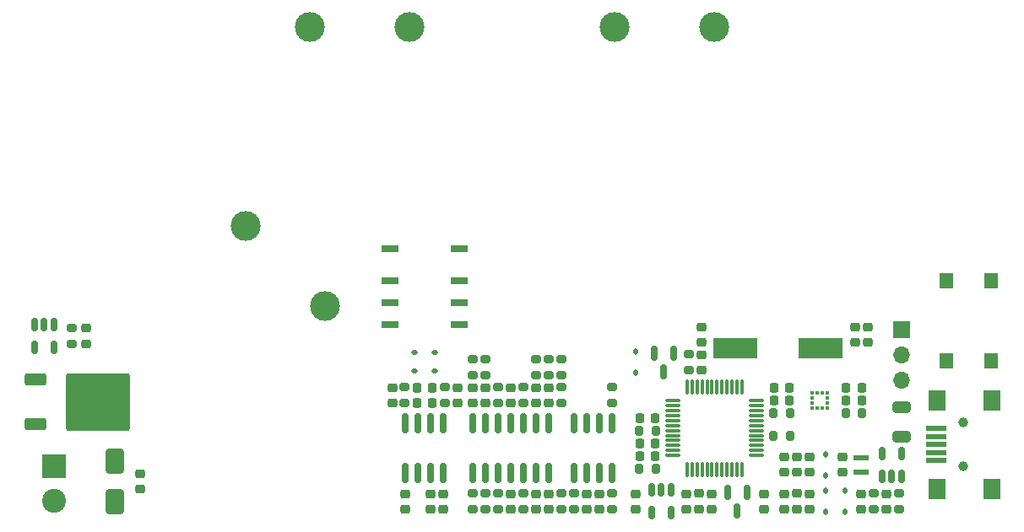
<source format=gbr>
%TF.GenerationSoftware,KiCad,Pcbnew,7.0.10+1*%
%TF.CreationDate,2024-03-16T10:02:45+01:00*%
%TF.ProjectId,PCB,5043422e-6b69-4636-9164-5f7063625858,rev?*%
%TF.SameCoordinates,Original*%
%TF.FileFunction,Soldermask,Top*%
%TF.FilePolarity,Negative*%
%FSLAX46Y46*%
G04 Gerber Fmt 4.6, Leading zero omitted, Abs format (unit mm)*
G04 Created by KiCad (PCBNEW 7.0.10+1) date 2024-03-16 10:02:45*
%MOMM*%
%LPD*%
G01*
G04 APERTURE LIST*
G04 Aperture macros list*
%AMRoundRect*
0 Rectangle with rounded corners*
0 $1 Rounding radius*
0 $2 $3 $4 $5 $6 $7 $8 $9 X,Y pos of 4 corners*
0 Add a 4 corners polygon primitive as box body*
4,1,4,$2,$3,$4,$5,$6,$7,$8,$9,$2,$3,0*
0 Add four circle primitives for the rounded corners*
1,1,$1+$1,$2,$3*
1,1,$1+$1,$4,$5*
1,1,$1+$1,$6,$7*
1,1,$1+$1,$8,$9*
0 Add four rect primitives between the rounded corners*
20,1,$1+$1,$2,$3,$4,$5,0*
20,1,$1+$1,$4,$5,$6,$7,0*
20,1,$1+$1,$6,$7,$8,$9,0*
20,1,$1+$1,$8,$9,$2,$3,0*%
G04 Aperture macros list end*
%ADD10RoundRect,0.225000X-0.250000X0.225000X-0.250000X-0.225000X0.250000X-0.225000X0.250000X0.225000X0*%
%ADD11RoundRect,0.225000X0.250000X-0.225000X0.250000X0.225000X-0.250000X0.225000X-0.250000X-0.225000X0*%
%ADD12R,1.700000X1.700000*%
%ADD13O,1.700000X1.700000*%
%ADD14RoundRect,0.150000X0.150000X-0.825000X0.150000X0.825000X-0.150000X0.825000X-0.150000X-0.825000X0*%
%ADD15RoundRect,0.200000X0.275000X-0.200000X0.275000X0.200000X-0.275000X0.200000X-0.275000X-0.200000X0*%
%ADD16RoundRect,0.200000X-0.200000X-0.275000X0.200000X-0.275000X0.200000X0.275000X-0.200000X0.275000X0*%
%ADD17RoundRect,0.112500X0.112500X-0.187500X0.112500X0.187500X-0.112500X0.187500X-0.112500X-0.187500X0*%
%ADD18RoundRect,0.200000X-0.275000X0.200000X-0.275000X-0.200000X0.275000X-0.200000X0.275000X0.200000X0*%
%ADD19RoundRect,0.150000X-0.150000X0.587500X-0.150000X-0.587500X0.150000X-0.587500X0.150000X0.587500X0*%
%ADD20RoundRect,0.218750X-0.256250X0.218750X-0.256250X-0.218750X0.256250X-0.218750X0.256250X0.218750X0*%
%ADD21RoundRect,0.225000X-0.225000X-0.250000X0.225000X-0.250000X0.225000X0.250000X-0.225000X0.250000X0*%
%ADD22C,3.000000*%
%ADD23RoundRect,0.112500X0.187500X0.112500X-0.187500X0.112500X-0.187500X-0.112500X0.187500X-0.112500X0*%
%ADD24RoundRect,0.250000X-0.850000X-0.350000X0.850000X-0.350000X0.850000X0.350000X-0.850000X0.350000X0*%
%ADD25RoundRect,0.249997X-2.950003X-2.650003X2.950003X-2.650003X2.950003X2.650003X-2.950003X2.650003X0*%
%ADD26R,1.600000X0.550000*%
%ADD27RoundRect,0.150000X0.150000X-0.512500X0.150000X0.512500X-0.150000X0.512500X-0.150000X-0.512500X0*%
%ADD28RoundRect,0.218750X0.256250X-0.218750X0.256250X0.218750X-0.256250X0.218750X-0.256250X-0.218750X0*%
%ADD29RoundRect,0.200000X0.200000X0.275000X-0.200000X0.275000X-0.200000X-0.275000X0.200000X-0.275000X0*%
%ADD30RoundRect,0.250000X0.650000X-0.325000X0.650000X0.325000X-0.650000X0.325000X-0.650000X-0.325000X0*%
%ADD31C,1.000000*%
%ADD32R,2.000000X0.500000*%
%ADD33R,1.700000X2.000000*%
%ADD34R,0.350000X0.375000*%
%ADD35R,0.375000X0.350000*%
%ADD36R,4.500000X2.000000*%
%ADD37R,1.400000X1.600000*%
%ADD38RoundRect,0.225000X0.225000X0.250000X-0.225000X0.250000X-0.225000X-0.250000X0.225000X-0.250000X0*%
%ADD39R,2.400000X2.400000*%
%ADD40C,2.400000*%
%ADD41RoundRect,0.150000X-0.150000X0.512500X-0.150000X-0.512500X0.150000X-0.512500X0.150000X0.512500X0*%
%ADD42RoundRect,0.112500X-0.187500X-0.112500X0.187500X-0.112500X0.187500X0.112500X-0.187500X0.112500X0*%
%ADD43RoundRect,0.075000X-0.075000X0.662500X-0.075000X-0.662500X0.075000X-0.662500X0.075000X0.662500X0*%
%ADD44RoundRect,0.075000X-0.662500X0.075000X-0.662500X-0.075000X0.662500X-0.075000X0.662500X0.075000X0*%
%ADD45RoundRect,0.250000X0.650000X-1.000000X0.650000X1.000000X-0.650000X1.000000X-0.650000X-1.000000X0*%
%ADD46RoundRect,0.150000X-0.150000X0.825000X-0.150000X-0.825000X0.150000X-0.825000X0.150000X0.825000X0*%
%ADD47RoundRect,0.112500X-0.112500X0.187500X-0.112500X-0.187500X0.112500X-0.187500X0.112500X0.187500X0*%
%ADD48R,1.800000X0.800000*%
G04 APERTURE END LIST*
D10*
%TO.C,C12*%
X125893000Y-140167000D03*
X125893000Y-141717000D03*
%TD*%
%TO.C,C13*%
X127798000Y-143850000D03*
X127798000Y-145400000D03*
%TD*%
D11*
%TO.C,C14*%
X130338000Y-145400000D03*
X130338000Y-143850000D03*
%TD*%
D12*
%TO.C,J3*%
X131862000Y-127353000D03*
D13*
X131862000Y-129893000D03*
X131862000Y-132433000D03*
%TD*%
D10*
%TO.C,C17*%
X85888000Y-143850000D03*
X85888000Y-145400000D03*
%TD*%
D14*
%TO.C,U5*%
X88809000Y-141766000D03*
X90079000Y-141766000D03*
X91349000Y-141766000D03*
X92619000Y-141766000D03*
X93889000Y-141766000D03*
X95159000Y-141766000D03*
X96429000Y-141766000D03*
X96429000Y-136816000D03*
X95159000Y-136816000D03*
X93889000Y-136816000D03*
X92619000Y-136816000D03*
X91349000Y-136816000D03*
X90079000Y-136816000D03*
X88809000Y-136816000D03*
%TD*%
D15*
%TO.C,R23*%
X97699000Y-145450000D03*
X97699000Y-143800000D03*
%TD*%
D16*
%TO.C,R28*%
X105510000Y-141323000D03*
X107160000Y-141323000D03*
%TD*%
D17*
%TO.C,D3*%
X126147000Y-145675000D03*
X126147000Y-143575000D03*
%TD*%
%TO.C,D5*%
X124242000Y-141992000D03*
X124242000Y-139892000D03*
%TD*%
D10*
%TO.C,C36*%
X100239000Y-143850000D03*
X100239000Y-145400000D03*
%TD*%
D18*
%TO.C,R7*%
X131608000Y-143800000D03*
X131608000Y-145450000D03*
%TD*%
D19*
%TO.C,Q2*%
X108936000Y-129717500D03*
X107036000Y-129717500D03*
X107986000Y-131592500D03*
%TD*%
D20*
%TO.C,FB3*%
X121321000Y-140154500D03*
X121321000Y-141729500D03*
%TD*%
D10*
%TO.C,C29*%
X95159000Y-133182000D03*
X95159000Y-134732000D03*
%TD*%
D16*
%TO.C,R27*%
X105510000Y-137513000D03*
X107160000Y-137513000D03*
%TD*%
D21*
%TO.C,C3*%
X119022000Y-134465000D03*
X120572000Y-134465000D03*
%TD*%
D14*
%TO.C,U6*%
X98969000Y-141766000D03*
X100239000Y-141766000D03*
X101509000Y-141766000D03*
X102779000Y-141766000D03*
X102779000Y-136816000D03*
X101509000Y-136816000D03*
X100239000Y-136816000D03*
X98969000Y-136816000D03*
%TD*%
D20*
%TO.C,FB1*%
X111542000Y-143837500D03*
X111542000Y-145412500D03*
%TD*%
D22*
%TO.C,TP1*%
X103000000Y-97000000D03*
%TD*%
%TO.C,TP5*%
X66000000Y-117000000D03*
%TD*%
D23*
%TO.C,D6*%
X85033000Y-131544000D03*
X82933000Y-131544000D03*
%TD*%
D24*
%TO.C,Q1*%
X44949000Y-132342500D03*
D25*
X51249000Y-134622500D03*
D24*
X44949000Y-136902500D03*
%TD*%
D10*
%TO.C,C39*%
X118019000Y-143850000D03*
X118019000Y-145400000D03*
%TD*%
%TO.C,C37*%
X105192000Y-143850000D03*
X105192000Y-145400000D03*
%TD*%
D26*
%TO.C,L1*%
X127798000Y-140217000D03*
X127798000Y-141667000D03*
%TD*%
D27*
%TO.C,U4*%
X129896000Y-142079500D03*
X130846000Y-142079500D03*
X131796000Y-142079500D03*
X131796000Y-139804500D03*
X129896000Y-139804500D03*
%TD*%
D10*
%TO.C,C27*%
X88809000Y-133182000D03*
X88809000Y-134732000D03*
%TD*%
D15*
%TO.C,R25*%
X102779000Y-145450000D03*
X102779000Y-143800000D03*
%TD*%
D18*
%TO.C,R16*%
X90079000Y-130338000D03*
X90079000Y-131988000D03*
%TD*%
D17*
%TO.C,D4*%
X124242000Y-145675000D03*
X124242000Y-143575000D03*
%TD*%
D11*
%TO.C,C31*%
X95159000Y-145400000D03*
X95159000Y-143850000D03*
%TD*%
D10*
%TO.C,C24*%
X120051000Y-140167000D03*
X120051000Y-141717000D03*
%TD*%
D18*
%TO.C,R24*%
X102779000Y-133132000D03*
X102779000Y-134782000D03*
%TD*%
%TO.C,R12*%
X90079000Y-143800000D03*
X90079000Y-145450000D03*
%TD*%
D22*
%TO.C,TP6*%
X113000000Y-97000000D03*
%TD*%
D10*
%TO.C,C9*%
X127163000Y-127086000D03*
X127163000Y-128636000D03*
%TD*%
D11*
%TO.C,C10*%
X111796000Y-128636000D03*
X111796000Y-127086000D03*
%TD*%
%TO.C,C16*%
X122591000Y-141717000D03*
X122591000Y-140167000D03*
%TD*%
%TO.C,C38*%
X112812000Y-145400000D03*
X112812000Y-143850000D03*
%TD*%
D28*
%TO.C,D2*%
X50038000Y-128803500D03*
X50038000Y-127228500D03*
%TD*%
%TO.C,FB2*%
X121321000Y-145412500D03*
X121321000Y-143837500D03*
%TD*%
D29*
%TO.C,R2*%
X127861000Y-135735000D03*
X126211000Y-135735000D03*
%TD*%
D30*
%TO.C,C1*%
X131862000Y-138099000D03*
X131862000Y-135149000D03*
%TD*%
D31*
%TO.C,J1*%
X138000000Y-141110000D03*
X138000000Y-136710000D03*
D32*
X135300000Y-140510000D03*
X135300000Y-139710000D03*
X135300000Y-138910000D03*
X135300000Y-138110000D03*
X135300000Y-137310000D03*
D33*
X135400000Y-143360000D03*
X140850000Y-143360000D03*
X135400000Y-134460000D03*
X140850000Y-134460000D03*
%TD*%
D15*
%TO.C,R26*%
X98969000Y-145450000D03*
X98969000Y-143800000D03*
%TD*%
D10*
%TO.C,C23*%
X120051000Y-143850000D03*
X120051000Y-145400000D03*
%TD*%
D21*
%TO.C,C11*%
X126261000Y-134465000D03*
X127811000Y-134465000D03*
%TD*%
D10*
%TO.C,C26*%
X90079000Y-133182000D03*
X90079000Y-134732000D03*
%TD*%
D34*
%TO.C,U2*%
X122857000Y-135227500D03*
X123357000Y-135227500D03*
X123857000Y-135227500D03*
X124357000Y-135227500D03*
D35*
X124369500Y-134715000D03*
X124369500Y-134215000D03*
D34*
X124357000Y-133702500D03*
X123857000Y-133702500D03*
X123357000Y-133702500D03*
X122857000Y-133702500D03*
D35*
X122844500Y-134215000D03*
X122844500Y-134715000D03*
%TD*%
D18*
%TO.C,R6*%
X48641000Y-127191000D03*
X48641000Y-128841000D03*
%TD*%
%TO.C,R22*%
X93889000Y-143800000D03*
X93889000Y-145450000D03*
%TD*%
D36*
%TO.C,Y1*%
X115166000Y-129258000D03*
X123666000Y-129258000D03*
%TD*%
D37*
%TO.C,SW1*%
X140807000Y-122492000D03*
X140807000Y-130492000D03*
X136307000Y-122492000D03*
X136307000Y-130492000D03*
%TD*%
D38*
%TO.C,C7*%
X107110000Y-140053000D03*
X105560000Y-140053000D03*
%TD*%
D15*
%TO.C,R15*%
X91349000Y-134782000D03*
X91349000Y-133132000D03*
%TD*%
D39*
%TO.C,J2*%
X46863000Y-141097000D03*
D40*
X46863000Y-144597000D03*
%TD*%
D11*
%TO.C,C15*%
X122591000Y-145400000D03*
X122591000Y-143850000D03*
%TD*%
%TO.C,C4*%
X111796000Y-131430000D03*
X111796000Y-129880000D03*
%TD*%
D38*
%TO.C,C6*%
X107110000Y-136243000D03*
X105560000Y-136243000D03*
%TD*%
D10*
%TO.C,C34*%
X101509000Y-143850000D03*
X101509000Y-145400000D03*
%TD*%
D22*
%TO.C,TP2*%
X72492000Y-97000000D03*
%TD*%
D15*
%TO.C,R8*%
X129068000Y-145450000D03*
X129068000Y-143800000D03*
%TD*%
D18*
%TO.C,R18*%
X95159000Y-130338000D03*
X95159000Y-131988000D03*
%TD*%
D16*
%TO.C,R1*%
X118972000Y-138021000D03*
X120622000Y-138021000D03*
%TD*%
D22*
%TO.C,TP3*%
X82492000Y-97000000D03*
%TD*%
D16*
%TO.C,R3*%
X118972000Y-135735000D03*
X120622000Y-135735000D03*
%TD*%
D18*
%TO.C,R11*%
X91349000Y-143800000D03*
X91349000Y-145450000D03*
%TD*%
D15*
%TO.C,R9*%
X86015000Y-134782000D03*
X86015000Y-133132000D03*
%TD*%
D41*
%TO.C,U7*%
X46797000Y-126878500D03*
X45847000Y-126878500D03*
X44897000Y-126878500D03*
X44897000Y-129153500D03*
X46797000Y-129153500D03*
%TD*%
D21*
%TO.C,C40*%
X105560000Y-138783000D03*
X107110000Y-138783000D03*
%TD*%
D15*
%TO.C,R10*%
X81951000Y-134782000D03*
X81951000Y-133132000D03*
%TD*%
D11*
%TO.C,C35*%
X110272000Y-145400000D03*
X110272000Y-143850000D03*
%TD*%
D38*
%TO.C,C2*%
X127811000Y-133195000D03*
X126261000Y-133195000D03*
%TD*%
D11*
%TO.C,C30*%
X96429000Y-145400000D03*
X96429000Y-143850000D03*
%TD*%
D15*
%TO.C,R13*%
X88809000Y-145450000D03*
X88809000Y-143800000D03*
%TD*%
D42*
%TO.C,D7*%
X82933000Y-129639000D03*
X85033000Y-129639000D03*
%TD*%
D10*
%TO.C,C20*%
X87285000Y-133182000D03*
X87285000Y-134732000D03*
%TD*%
D18*
%TO.C,R14*%
X88809000Y-130338000D03*
X88809000Y-131988000D03*
%TD*%
%TO.C,R17*%
X96429000Y-130338000D03*
X96429000Y-131988000D03*
%TD*%
D11*
%TO.C,C41*%
X55499000Y-143396000D03*
X55499000Y-141846000D03*
%TD*%
D43*
%TO.C,U1*%
X115816000Y-133096500D03*
X115316000Y-133096500D03*
X114816000Y-133096500D03*
X114316000Y-133096500D03*
X113816000Y-133096500D03*
X113316000Y-133096500D03*
X112816000Y-133096500D03*
X112316000Y-133096500D03*
X111816000Y-133096500D03*
X111316000Y-133096500D03*
X110816000Y-133096500D03*
X110316000Y-133096500D03*
D44*
X108903500Y-134509000D03*
X108903500Y-135009000D03*
X108903500Y-135509000D03*
X108903500Y-136009000D03*
X108903500Y-136509000D03*
X108903500Y-137009000D03*
X108903500Y-137509000D03*
X108903500Y-138009000D03*
X108903500Y-138509000D03*
X108903500Y-139009000D03*
X108903500Y-139509000D03*
X108903500Y-140009000D03*
D43*
X110316000Y-141421500D03*
X110816000Y-141421500D03*
X111316000Y-141421500D03*
X111816000Y-141421500D03*
X112316000Y-141421500D03*
X112816000Y-141421500D03*
X113316000Y-141421500D03*
X113816000Y-141421500D03*
X114316000Y-141421500D03*
X114816000Y-141421500D03*
X115316000Y-141421500D03*
X115816000Y-141421500D03*
D44*
X117228500Y-140009000D03*
X117228500Y-139509000D03*
X117228500Y-139009000D03*
X117228500Y-138509000D03*
X117228500Y-138009000D03*
X117228500Y-137509000D03*
X117228500Y-137009000D03*
X117228500Y-136509000D03*
X117228500Y-136009000D03*
X117228500Y-135509000D03*
X117228500Y-135009000D03*
X117228500Y-134509000D03*
%TD*%
D45*
%TO.C,D1*%
X52959000Y-144621000D03*
X52959000Y-140621000D03*
%TD*%
D18*
%TO.C,R21*%
X97699000Y-130338000D03*
X97699000Y-131988000D03*
%TD*%
D10*
%TO.C,C18*%
X82078000Y-143850000D03*
X82078000Y-145400000D03*
%TD*%
D38*
%TO.C,C19*%
X84758000Y-133195000D03*
X83208000Y-133195000D03*
%TD*%
%TO.C,C22*%
X84758000Y-134719000D03*
X83208000Y-134719000D03*
%TD*%
D15*
%TO.C,R19*%
X93889000Y-134782000D03*
X93889000Y-133132000D03*
%TD*%
D46*
%TO.C,U3*%
X85888000Y-136816000D03*
X84618000Y-136816000D03*
X83348000Y-136816000D03*
X82078000Y-136816000D03*
X82078000Y-141766000D03*
X83348000Y-141766000D03*
X84618000Y-141766000D03*
X85888000Y-141766000D03*
%TD*%
D10*
%TO.C,C33*%
X92619000Y-143850000D03*
X92619000Y-145400000D03*
%TD*%
D15*
%TO.C,R20*%
X97699000Y-134782000D03*
X97699000Y-133132000D03*
%TD*%
D11*
%TO.C,C21*%
X80808000Y-134732000D03*
X80808000Y-133182000D03*
%TD*%
D22*
%TO.C,TP4*%
X74000000Y-125000000D03*
%TD*%
D47*
%TO.C,D8*%
X105192000Y-129605000D03*
X105192000Y-131705000D03*
%TD*%
D19*
%TO.C,U9*%
X116302000Y-143687500D03*
X114402000Y-143687500D03*
X115352000Y-145562500D03*
%TD*%
D11*
%TO.C,C8*%
X128433000Y-128636000D03*
X128433000Y-127086000D03*
%TD*%
D21*
%TO.C,C5*%
X119022000Y-133195000D03*
X120572000Y-133195000D03*
%TD*%
D11*
%TO.C,C32*%
X92619000Y-134732000D03*
X92619000Y-133182000D03*
%TD*%
D10*
%TO.C,C28*%
X96429000Y-133182000D03*
X96429000Y-134732000D03*
%TD*%
%TO.C,C25*%
X84618000Y-143850000D03*
X84618000Y-145400000D03*
%TD*%
D48*
%TO.C,K1*%
X80483000Y-119235000D03*
X80483000Y-122435000D03*
X80483000Y-124635000D03*
X80483000Y-126835000D03*
X87483000Y-126835000D03*
X87483000Y-124635000D03*
X87483000Y-122435000D03*
X87483000Y-119235000D03*
%TD*%
D41*
%TO.C,U8*%
X108682000Y-143487500D03*
X107732000Y-143487500D03*
X106782000Y-143487500D03*
X106782000Y-145762500D03*
X108682000Y-145762500D03*
%TD*%
D15*
%TO.C,R4*%
X110526000Y-131480000D03*
X110526000Y-129830000D03*
%TD*%
M02*

</source>
